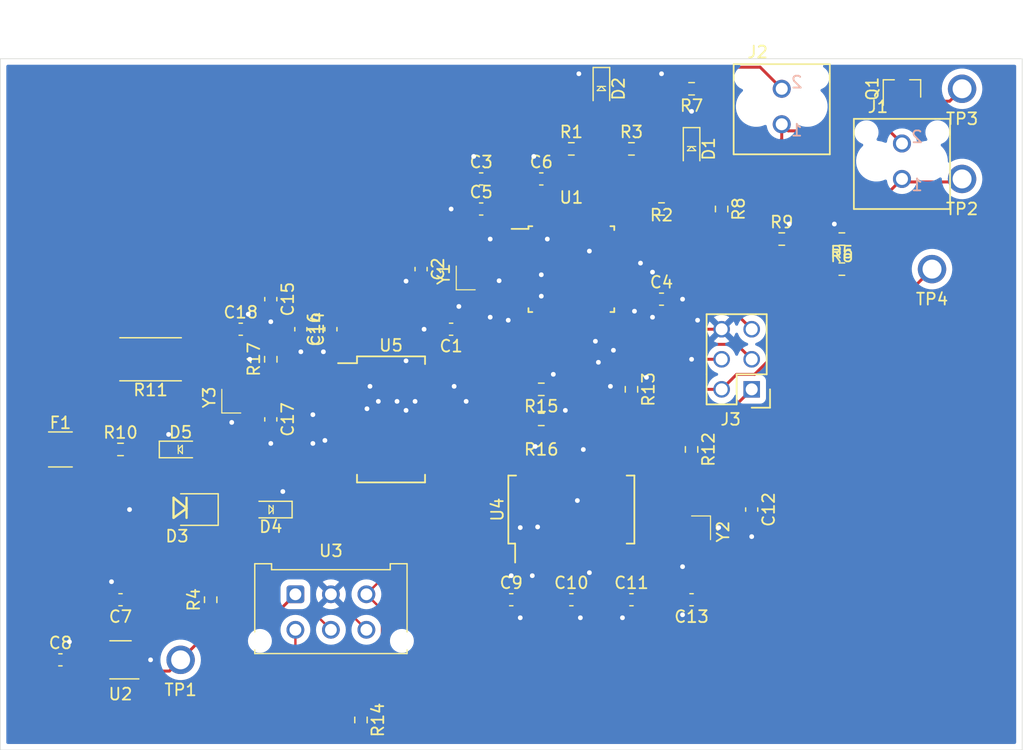
<source format=kicad_pcb>
(kicad_pcb (version 20211014) (generator pcbnew)
  (layers (0 "F.Cu" signal) (31 "B.Cu" signal) (34 "B.Paste" user) (35 "F.Paste" user) (36 "B.SilkS" user "B.Silkscreen") (37 "F.SilkS" user "F.Silkscreen") (38 "B.Mask" user) (39 "F.Mask" user) (44 "Edge.Cuts" user))
  (net 0 "")
  (net 1 "Net-(C1-Pad1)")
  (net 2 "GND")
  (net 3 "Net-(C2-Pad1)")
  (net 4 "+5V")
  (net 5 "Net-(C4-Pad1)")
  (net 6 "+12V")
  (net 7 "Net-(C8-Pad1)")
  (net 8 "Net-(D1-Pad2)")
  (net 9 "Net-(D2-Pad2)")
  (net 10 "Net-(D4-Pad2)")
  (net 11 "Net-(D5-Pad2)")
  (net 12 "Net-(F1-Pad2)")
  (net 13 "Net-(J1-Pad1)")
  (net 14 "/control_pilot")
  (net 15 "Net-(J2-Pad1)")
  (net 16 "Net-(J2-Pad2)")
  (net 17 "/MISO")
  (net 18 "/SCK")
  (net 19 "/MOSI")
  (net 20 "/RESET")
  (net 21 "Net-(R2-Pad2)")
  (net 22 "Net-(R3-Pad2)")
  (net 23 "/EVSE PWM")
  (net 24 "/CAR_CS")
  (net 25 "/CHARGER_STBY")
  (net 26 "/CAR_STBY")
  (net 34 "/CAR_RESET")
  (net 35 "/CHARGER_RESET")
  (net 36 "/CHARGER_CS")
  (net 37 "/CAR_CAN_+")
  (net 38 "/CAR_CAN_-")
  (net 39 "/CHARGER_CAN_+")
  (net 40 "/CHARGER_CAN_-")
  (net 41 "Net-(C12-Pad1)")
  (net 42 "Net-(C13-Pad1)")
  (net 43 "Net-(C17-Pad1)")
  (net 44 "Net-(C18-Pad1)")
  (net 45 "Net-(R12-Pad2)")
  (net 46 "Net-(R13-Pad2)")
  (net 47 "Net-(R15-Pad2)")
  (net 48 "Net-(R16-Pad2)")
  (net 55 "/CAR_CAN_CONTROLLER/SCK")
  (net 56 "Net-(U4-Pad20)")
  (net 57 "Net-(U4-Pad21)")
  (net 67 "/CHARGER_CAN_CONTROLLER/SCK")
  (net 68 "Net-(U5-Pad20)")
  (net 69 "Net-(U5-Pad21)")
  (footprint "Capacitor_SMD:C_0603_1608Metric" (layer "F.Cu") (at 121.92 127)
    (fp_text reference "C9")
    (fp_text value "~")
  )
  (footprint "footprints:tp_1.6mm" (layer "F.Cu") (at 93.98 132.08)
    (fp_text reference "TP1")
    (fp_text value "TP")
  )
  (footprint "Resistor_SMD:R_0603_1608Metric" (layer "F.Cu") (at 88.9 114.3)
    (fp_text reference "R10")
    (fp_text value "R_200")
  )
  (footprint "Capacitor_SMD:C_0603_1608Metric" (layer "F.Cu") (at 106.68 104.14 90)
    (fp_text reference "C16")
    (fp_text value "~")
  )
  (footprint "Capacitor_SMD:C_0603_1608Metric" (layer "F.Cu") (at 114.3 99.06 -90)
    (fp_text reference "C2")
    (fp_text value "C_30pF")
  )
  (footprint "footprints:Fuse_1210" (layer "F.Cu") (at 83.82 114.3)
    (fp_text reference "F1")
    (fp_text value "F_500mA_16V" hide)
  )
  (footprint "Capacitor_SMD:C_0603_1608Metric" (layer "F.Cu") (at 116.84 104.14 180)
    (fp_text reference "C1")
    (fp_text value "C_30pF")
  )
  (footprint "footprints:Crystal_SMD_FA238" (layer "F.Cu") (at 118.872 98.806 90)
    (fp_text reference "Y1")
    (fp_text value "Crystal_SMD" hide)
  )
  (footprint "footprints:Crystal_SMD_FA238" (layer "F.Cu") (at 137.16 121.92 -90)
    (fp_text reference "Y2")
    (fp_text value "~" hide)
  )
  (footprint "Capacitor_SMD:C_0603_1608Metric" (layer "F.Cu") (at 83.82 132.08)
    (fp_text reference "C8")
    (fp_text value "C_1uF")
  )
  (footprint "footprints:LED_0805_OEM" (layer "F.Cu") (at 93.98 114.3)
    (fp_text reference "D5")
    (fp_text value "LED_0805" hide)
  )
  (footprint "footprints:LED_0805_OEM" (layer "F.Cu") (at 101.6 119.38 180)
    (fp_text reference "D4")
    (fp_text value "LED_0805" hide)
  )
  (footprint "Resistor_SMD:R_0603_1608Metric" (layer "F.Cu") (at 139.7 93.98 -90)
    (fp_text reference "R8")
    (fp_text value "R_1.91K")
  )
  (footprint "Capacitor_SMD:C_0603_1608Metric" (layer "F.Cu") (at 119.38 91.44)
    (fp_text reference "C3")
    (fp_text value "C_0.1uF")
  )
  (footprint "Capacitor_SMD:C_0603_1608Metric" (layer "F.Cu") (at 137.16 127 180)
    (fp_text reference "C13")
    (fp_text value "~")
  )
  (footprint "Resistor_SMD:R_0603_1608Metric" (layer "F.Cu") (at 96.52 127 90)
    (fp_text reference "R4")
    (fp_text value "R_1K")
  )
  (footprint "Capacitor_SMD:C_0603_1608Metric" (layer "F.Cu") (at 124.46 91.44)
    (fp_text reference "C6")
    (fp_text value "C_0.1uF")
  )
  (footprint "Resistor_SMD:R_0603_1608Metric" (layer "F.Cu") (at 109.22 137.16 -90)
    (fp_text reference "R14")
    (fp_text value "~")
  )
  (footprint "Resistor_SMD:R_0603_1608Metric" (layer "F.Cu") (at 134.62 93.98 180)
    (fp_text reference "R2")
    (fp_text value "R_1K")
  )
  (footprint "Resistor_SMD:R_0603_1608Metric" (layer "F.Cu") (at 149.86 99.06)
    (fp_text reference "R5")
    (fp_text value "R_330")
  )
  (footprint "Resistor_SMD:R_0603_1608Metric" (layer "F.Cu") (at 124.46 109.22 180)
    (fp_text reference "R15")
    (fp_text value "~")
  )
  (footprint "Resistor_SMD:R_0603_1608Metric" (layer "F.Cu") (at 127 88.9)
    (fp_text reference "R1")
    (fp_text value "R_10K")
  )
  (footprint "Package_SO:SSOP-28_5.3x10.2mm_P0.65mm" (layer "F.Cu") (at 127 119.38 90)
    (fp_text reference "U4")
    (fp_text value "~")
  )
  (footprint "footprints:SOT-23-5" (layer "F.Cu") (at 88.9 132.08 180)
    (fp_text reference "U2")
    (fp_text value "AP7370")
  )
  (footprint "footprints:tp_1.6mm" (layer "F.Cu") (at 157.48 99.06)
    (fp_text reference "TP4")
    (fp_text value "TP")
  )
  (footprint "footprints:C_0603_1608Metric" (layer "F.Cu") (at 134.62 101.6)
    (fp_text reference "C4")
    (fp_text value "C_100nF")
  )
  (footprint "Package_QFP:TQFP-32_7x7mm_P0.8mm" (layer "F.Cu") (at 127 99.06)
    (fp_text reference "U1")
    (fp_text value "ATmega328P-AU")
  )
  (footprint "Resistor_SMD:R_0603_1608Metric" (layer "F.Cu") (at 101.6 106.68 90)
    (fp_text reference "R17")
    (fp_text value "~")
  )
  (footprint "Capacitor_SMD:C_0603_1608Metric" (layer "F.Cu") (at 132.08 127)
    (fp_text reference "C11")
    (fp_text value "~")
  )
  (footprint "Capacitor_SMD:C_0603_1608Metric" (layer "F.Cu") (at 119.38 93.98)
    (fp_text reference "C5")
    (fp_text value "C_0.1uF")
  )
  (footprint "Capacitor_SMD:C_0603_1608Metric" (layer "F.Cu") (at 101.6 101.6 -90)
    (fp_text reference "C15")
    (fp_text value "~")
  )
  (footprint "Resistor_SMD:R_0603_1608Metric" (layer "F.Cu") (at 144.78 96.52)
    (fp_text reference "R9")
    (fp_text value "R_1K")
  )
  (footprint "footprints:Crystal_SMD_FA238" (layer "F.Cu") (at 99.06 109.22 90)
    (fp_text reference "Y3")
    (fp_text value "~" hide)
  )
  (footprint "Resistor_SMD:R_0603_1608Metric" (layer "F.Cu") (at 124.46 111.76 180)
    (fp_text reference "R16")
    (fp_text value "~")
  )
  (footprint "Capacitor_SMD:C_0603_1608Metric" (layer "F.Cu") (at 104.14 104.14 -90)
    (fp_text reference "C14")
    (fp_text value "~")
  )
  (footprint "footprints:LED_0805_OEM" (layer "F.Cu") (at 137.16 88.9 -90)
    (fp_text reference "D1")
    (fp_text value "LED_0805_Red" hide)
  )
  (footprint "Resistor_SMD:R_0603_1608Metric" (layer "F.Cu") (at 149.86 96.52 180)
    (fp_text reference "R6")
    (fp_text value "R_2.2K")
  )
  (footprint "Resistor_SMD:R_0603_1608Metric" (layer "F.Cu") (at 132.08 109.22 -90)
    (fp_text reference "R13")
    (fp_text value "~")
  )
  (footprint "footprints:SOT-23F" (layer "F.Cu") (at 154.94 83.82 90)
    (fp_text reference "Q1")
    (fp_text value "SSM3K333R" hide)
  )
  (footprint "footprints:LED_0805_OEM" (layer "F.Cu") (at 129.54 83.82 -90)
    (fp_text reference "D2")
    (fp_text value "LED_0805" hide)
  )
  (footprint "Resistor_SMD:R_0603_1608Metric" (layer "F.Cu") (at 132.08 88.9)
    (fp_text reference "R3")
    (fp_text value "R_1K")
  )
  (footprint "Capacitor_SMD:C_0603_1608Metric" (layer "F.Cu") (at 88.9 127 180)
    (fp_text reference "C7")
    (fp_text value "C_1uF")
  )
  (footprint "Capacitor_SMD:C_0603_1608Metric" (layer "F.Cu") (at 127 127)
    (fp_text reference "C10")
    (fp_text value "~")
  )
  (footprint "footprints:Pin_Header_Straight_2x03" (layer "F.Cu") (at 142.24 109.22 180)
    (fp_text reference "J3")
    (fp_text value "CONN_02X03" hide)
  )
  (footprint "Capacitor_SMD:C_0603_1608Metric" (layer "F.Cu") (at 142.24 119.38 -90)
    (fp_text reference "C12")
    (fp_text value "~")
  )
  (footprint "Resistor_SMD:R_0603_1608Metric" (layer "F.Cu") (at 137.16 83.82 180)
    (fp_text reference "R7")
    (fp_text value "R_1.43K")
  )
  (footprint "footprints:DO-214AA" (layer "F.Cu") (at 93.98 119.38 180)
    (fp_text reference "D3")
    (fp_text value "D_Zener_18V" hide)
  )
  (footprint "Capacitor_SMD:C_0603_1608Metric" (layer "F.Cu") (at 101.6 111.76 -90)
    (fp_text reference "C17")
    (fp_text value "~")
  )
  (footprint "Resistor_SMD:R_0603_1608Metric" (layer "F.Cu") (at 137.16 114.3 -90)
    (fp_text reference "R12")
    (fp_text value "~")
  )
  (footprint "footprints:tp_1.6mm" (layer "F.Cu") (at 160.02 91.44)
    (fp_text reference "TP2")
    (fp_text value "TP")
  )
  (footprint "footprints:tp_1.6mm" (layer "F.Cu") (at 160.02 83.82)
    (fp_text reference "TP3")
    (fp_text value "TP")
  )
  (footprint "footprints:MicroFit_V_2" (layer "F.Cu") (at 154.94 91.44)
    (fp_text reference "J1")
    (fp_text value "MicroFit_V_2")
  )
  (footprint "footprints:MicroFit_VT_6" (layer "F.Cu") (at 103.68 126.54)
    (fp_text reference "U3")
    (fp_text value "MicroFit_VT_6")
  )
  (footprint "footprints:MicroFit_V_2" (layer "F.Cu") (at 144.78 86.8172)
    (fp_text reference "J2")
    (fp_text value "MicroFit_V_2")
  )
  (footprint "footprints:R_2512_OEM" (layer "F.Cu") (at 91.44 106.68 180)
    (fp_text reference "R11")
    (fp_text value "R_0_2512" hide)
  )
  (footprint "Package_SO:SSOP-28_5.3x10.2mm_P0.65mm" (layer "F.Cu") (at 111.76 111.76)
    (fp_text reference "U5")
    (fp_text value "~")
  )
  (footprint "Capacitor_SMD:C_0603_1608Metric" (layer "F.Cu") (at 99.06 104.14)
    (fp_text reference "C18")
    (fp_text value "~")
  )
  (gr_rect (start 78.74 81.28) (end 165.1 139.7) (layer "Edge.Cuts") (width 0.05) (fill none))
  (segment (start 121.666 102.944) (end 122.75 101.86) (width 0.25) (layer "F.Cu") (net 1))
  (segment (start 120.0215 103.0035) (end 120.142 103.124) (width 0.25) (layer "F.Cu") (net 1))
  (segment (start 118.7515 103.0035) (end 117.615 104.14) (width 0.25) (layer "F.Cu") (net 1))
  (segment (start 120.18 101.575) (end 118.7515 103.0035) (width 0.25) (layer "F.Cu") (net 1))
  (segment (start 118.7515 103.0035) (end 120.0215 103.0035) (width 0.25) (layer "F.Cu") (net 1))
  (segment (start 120.18 100.16) (end 120.18 101.575) (width 0.25) (layer "F.Cu") (net 1))
  (segment (start 121.666 103.378) (end 121.666 102.944) (width 0.25) (layer "F.Cu") (net 1))
  (via (at 120.142 103.124) (size 0.8) (drill 0.4) (layers "F.Cu" "B.Cu") (net 1))
  (via (at 121.666 103.378) (size 0.8) (drill 0.4) (layers "F.Cu" "B.Cu") (net 1))
  (segment (start 120.142 103.124) (end 121.412 103.124) (width 0.25) (layer "B.Cu") (net 1))
  (segment (start 121.412 103.124) (end 121.666 103.378) (width 0.25) (layer "B.Cu") (net 1))
  (segment (start 106.68 105.41) (end 106.045 106.045) (width 0.25) (layer "F.Cu") (net 2))
  (segment (start 149.035 96.52) (end 149.035 95.44) (width 0.25) (layer "F.Cu") (net 2))
  (segment (start 135.89 83.82) (end 134.62 82.55) (width 0.25) (layer "F.Cu") (net 2))
  (segment (start 139.7 104.14) (end 138.43 104.14) (width 0.25) (layer "F.Cu") (net 2))
  (segment (start 135.4075 101.6) (end 136.398 101.6) (width 0.25) (layer "F.Cu") (net 2))
  (segment (start 101.6 102.375) (end 101.6 103.505) (width 0.25) (layer "F.Cu") (net 2))
  (segment (start 116.065 104.14) (end 114.554 104.14) (width 0.25) (layer "F.Cu") (net 2))
  (segment (start 127.805 82.72) (end 127.635 82.55) (width 0.25) (layer "F.Cu") (net 2))
  (segment (start 120.18 97.96) (end 120.18 96.558) (width 0.25) (layer "F.Cu") (net 2))
  (segment (start 98.26 110.32) (end 98.26 111.976) (width 0.25) (layer "F.Cu") (net 2))
  (segment (start 113.271 99.835) (end 113.03 100.076) (width 0.25) (layer "F.Cu") (net 2))
  (segment (start 149.035 95.44) (end 149.225 95.25) (width 0.25) (layer "F.Cu") (net 2))
  (segment (start 124.075 115.78) (end 124.075 114.169) (width 0.25) (layer "F.Cu") (net 2))
  (segment (start 92.88 114.3) (end 92.88 113.114) (width 0.25) (layer "F.Cu") (net 2))
  (segment (start 137.16 87.8) (end 137.16 85.725) (width 0.25) (layer "F.Cu") (net 2))
  (segment (start 84.595 130.569) (end 84.582 130.556) (width 0.25) (layer "F.Cu") (net 2))
  (segment (start 127.775 128.511) (end 127.762 128.524) (width 0.25) (layer "F.Cu") (net 2))
  (segment (start 88.125 127) (end 88.125 125.489) (width 0.25) (layer "F.Cu") (net 2))
  (segment (start 98.26 111.976) (end 98.298 112.014) (width 0.25) (layer "F.Cu") (net 2))
  (segment (start 118.605 93.98) (end 116.84 93.98) (width 0.25) (layer "F.Cu") (net 2))
  (segment (start 102.7 117.94) (end 102.616 117.856) (width 0.25) (layer "F.Cu") (net 2))
  (segment (start 99.86 108.12) (end 99.86 106.718) (width 0.25) (layer "F.Cu") (net 2))
  (segment (start 139.362 120.82) (end 139.446 120.904) (width 0.25) (layer "F.Cu") (net 2))
  (segment (start 145.605 95.44) (end 145.415 95.25) (width 0.25) (layer "F.Cu") (net 2))
  (segment (start 136.36 124.168) (end 136.398 124.206) (width 0.25) (layer "F.Cu") (net 2))
  (segment (start 92.88 113.114) (end 92.964 113.03) (width 0.25) (layer "F.Cu") (net 2))
  (segment (start 102.7 119.38) (end 102.7 117.94) (width 0.25) (layer "F.Cu") (net 2))
  (segment (start 123.685 91.44) (end 123.685 89.675) (width 0.25) (layer "F.Cu") (net 2))
  (segment (start 136.385 127) (end 136.385 128.257) (width 0.25) (layer "F.Cu") (net 2))
  (segment (start 122.75 97.86) (end 123.628 97.86) (width 0.25) (layer "F.Cu") (net 2))
  (segment (start 142.24 120.155) (end 142.24 121.666) (width 0.25) (layer "F.Cu") (net 2))
  (segment (start 104.14 104.915) (end 104.14 106.045) (width 0.25) (layer "F.Cu") (net 2))
  (segment (start 88.125 125.489) (end 88.138 125.476) (width 0.25) (layer "F.Cu") (net 2))
  (segment (start 114.3 99.835) (end 113.271 99.835) (width 0.25) (layer "F.Cu") (net 2))
  (segment (start 127.775 127) (end 127.775 128.511) (width 0.25) (layer "F.Cu") (net 2))
  (segment (start 131.305 127) (end 131.305 128.511) (width 0.25) (layer "F.Cu") (net 2))
  (segment (start 123.628 97.86) (end 124.968 96.52) (width 0.25) (layer "F.Cu") (net 2))
  (segment (start 132.734 98.66) (end 132.842 98.552) (width 0.25) (layer "F.Cu") (net 2))
  (segment (start 122.695 127) (end 122.695 128.511) (width 0.25) (layer "F.Cu") (net 2))
  (segment (start 122.75 99.46) (end 124.3845 99.46) (width 0.25) (layer "F.Cu") (net 2))
  (segment (start 128.625 122.98) (end 128.625 124.613) (width 0.25) (layer "F.Cu") (net 2))
  (segment (start 84.595 132.08) (end 84.595 130.569) (width 0.25) (layer "F.Cu") (net 2))
  (segment (start 115.36 108.835) (end 116.963 108.835) (width 0.25) (layer "F.Cu") (net 2))
  (segment (start 106.325 113.385) (end 106.172 113.538) (width 0.25) (layer "F.Cu") (net 2))
  (segment (start 108.16 113.385) (end 106.325 113.385) (width 0.25) (layer "F.Cu") (net 2))
  (segment (start 120.18 96.558) (end 120.142 96.52) (width 0.25) (layer "F.Cu") (net 2))
  (segment (start 136.385 128.257) (end 136.398 128.27) (width 0.25) (layer "F.Cu") (net 2))
  (segment (start 116.963 108.835) (end 117.094 108.966) (width 0.25) (layer "F.Cu") (net 2))
  (segment (start 99.835 104.14) (end 99.835 103.01) (width 0.25) (layer "F.Cu") (net 2))
  (segment (start 137.96 120.82) (end 139.362 120.82) (width 0.25) (layer "F.Cu") (net 2))
  (segment (start 131.305 128.511) (end 131.318 128.524) (width 0.25) (layer "F.Cu") (net 2))
  (segment (start 90 132.08) (end 91.44 132.08) (width 0.25) (layer "F.Cu") (net 2))
  (segment (start 118.605 89.675) (end 118.745 89.535) (width 0.25) (layer "F.Cu") (net 2))
  (segment (start 117.856 100.16) (end 117.856 101.854) (width 0.25) (layer "F.Cu") (net 2))
  (segment (start 118.605 91.44) (end 118.605 89.675) (width 0.25) (layer "F.Cu") (net 2))
  (segment (start 129.54 82.72) (end 127.805 82.72) (width 0.25) (layer "F.Cu") (net 2))
  (segment (start 123.685 89.675) (end 123.825 89.535) (width 0.25) (layer "F.Cu") (net 2))
  (segment (start 138.43 104.14) (end 137.668 103.378) (width 0.25) (layer "F.Cu") (net 2))
  (segment (start 136.36 123.02) (end 136.36 124.168) (width 0.25) (layer "F.Cu") (net 2))
  (segment (start 106.68 104.915) (end 106.68 105.41) (width 0.25) (layer "F.Cu") (net 2))
  (segment (start 99.835 103.01) (end 99.695 102.87) (width 0.25) (layer "F.Cu") (net 2))
  (segment (start 124.3845 99.46) (end 124.46 99.5355) (width 0.25) (layer "F.Cu") (net 2))
  (segment (start 99.86 106.718) (end 99.822 106.68) (width 0.25) (layer "F.Cu") (net 2))
  (segment (start 136.335 83.82) (end 135.89 83.82) (width 0.25) (layer "F.Cu") (net 2))
  (segment (start 117.856 101.854) (end 117.494 102.216) (width 0.25) (layer "F.Cu") (net 2))
  (segment (start 101.6 112.535) (end 101.6 113.792) (width 0.25) (layer "F.Cu") (net 2))
  (segment (start 122.695 128.511) (end 122.682 128.524) (width 0.25) (layer "F.Cu") (net 2))
  (segment (start 131.25 98.66) (end 132.734 98.66) (width 0.25) (layer "F.Cu") (net 2))
  (segment (start 145.605 96.52) (end 145.605 95.44) (width 0.25) (layer "F.Cu") (net 2))
  (segment (start 124.075 114.169) (end 123.952 114.046) (width 0.25) (layer "F.Cu") (net 2))
  (segment (start 91.948 119.38) (end 89.662 119.38) (width 0.25) (layer "F.Cu") (net 2))
  (segment (start 128.625 124.613) (end 128.524 124.714) (width 0.25) (layer "F.Cu") (net 2))
  (via (at 98.298 112.014) (size 0.8) (drill 0.4) (layers "F.Cu" "B.Cu") (net 2))
  (via (at 128.524 124.714) (size 0.8) (drill 0.4) (layers "F.Cu" "B.Cu") (net 2))
  (via (at 101.6 113.792) (size 0.8) (drill 0.4) (layers "F.Cu" "B.Cu") (net 2))
  (via (at 101.6 103.505) (size 0.8) (drill 0.4) (layers "F.Cu" "B.Cu") (net 2))
  (via (at 118.745 89.535) (size 0.8) (drill 0.4) (layers "F.Cu" "B.Cu") (net 2))
  (via (at 123.952 114.046) (size 0.8) (drill 0.4) (layers "F.Cu" "B.Cu") (net 2))
  (via (at 145.415 95.25) (size 0.8) (drill 0.4) (layers "F.Cu" "B.Cu") (net 2))
  (via (at 99.695 102.87) (size 0.8) (drill 0.4) (layers "F.Cu" "B.Cu") (net 2))
  (via (at 117.494 102.216) (size 0.8) (drill 0.4) (layers "F.Cu" "B.Cu") (net 2))
  (via (at 116.84 93.98) (size 0.8) (drill 0.4) (layers "F.Cu" "B.Cu") (net 2))
  (via (at 106.172 113.538) (size 0.8) (drill 0.4) (layers "F.Cu" "B.Cu") (net 2))
  (via (at 142.24 121.666) (size 0.8) (drill 0.4) (layers "F.Cu" "B.Cu") (net 2))
  (via (at 136.398 128.27) (size 0.8) (drill 0.4) (layers "F.Cu" "B.Cu") (net 2))
  (via (at 99.822 106.68) (size 0.8) (drill 0.4) (layers "F.Cu" "B.Cu") (net 2))
  (via (at 88.138 125.476) (size 0.8) (drill 0.4) (layers "F.Cu" "B.Cu") (net 2))
  (via (at 132.842 98.552) (size 0.8) (drill 0.4) (layers "F.Cu" "B.Cu") (net 2))
  (via (at 124.968 96.52) (size 0.8) (drill 0.4) (layers "F.Cu" "B.Cu") (net 2))
  (via (at 102.616 117.856) (size 0.8) (drill 0.4) (layers "F.Cu" "B.Cu") (net 2))
  (via (at 117.094 108.966) (size 0.8) (drill 0.4) (layers "F.Cu" "B.Cu") (net 2))
  (via (at 89.662 119.38) (size 0.8) (drill 0.4) (layers "F.Cu" "B.Cu") (net 2))
  (via (at 139.446 120.904) (size 0.8) (drill 0.4) (layers "F.Cu" "B.Cu") (net 2))
  (via (at 137.668 103.378) (size 0.8) (drill 0.4) (layers "F.Cu" "B.Cu") (net 2))
  (via (at 131.318 128.524) (size 0.8) (drill 0.4) (layers "F.Cu" "B.Cu") (net 2))
  (via (at 91.44 132.08) (size 0.8) (drill 0.4) (layers "F.Cu" "B.Cu") (net 2))
  (via (at 113.03 100.076) (size 0.8) (drill 0.4) (layers "F.Cu" "B.Cu") (net 2))
  (via (at 136.398 124.206) (size 0.8) (drill 0.4) (layers "F.Cu" "B.Cu") (net 2))
  (via (at 127.762 128.524) (size 0.8) (drill 0.4) (layers "F.Cu" "B.Cu") (net 2))
  (via (at 124.46 99.5355) (size 0.8) (drill 0.4) (layers "F.Cu" "B.Cu") (net 2))
  (via (at 149.225 95.25) (size 0.8) (drill 0.4) (layers "F.Cu" "B.Cu") (net 2))
  (via (at 84.582 130.556) (size 0.8) (drill 0.4) (layers "F.Cu" "B.Cu") (net 2))
  (via (at 122.682 128.524) (size 0.8) (drill 0.4) (layers "F.Cu" "B.Cu") (net 2))
  (via (at 136.398 101.6) (size 0.8) (drill 0.4) (layers "F.Cu" "B.Cu") (net 2))
  (via (at 127.635 82.55) (size 0.8) (drill 0.4) (layers "F.Cu" "B.Cu") (net 2))
  (via (at 137.16 85.725) (size 0.8) (drill 0.4) (layers "F.Cu" "B.Cu") (net 2))
  (via (at 134.62 82.55) (size 0.8) (drill 0.4) (layers "F.Cu" "B.Cu") (net 2))
  (via (at 123.825 89.535) (size 0.8) (drill 0.4) (layers "F.Cu" "B.Cu") (net 2))
  (via (at 92.964 113.03) (size 0.8) (drill 0.4) (layers "F.Cu" "B.Cu") (net 2))
  (via (at 114.554 104.14) (size 0.8) (drill 0.4) (layers "F.Cu" "B.Cu") (net 2))
  (via (at 106.045 106.045) (size 0.8) (drill 0.4) (layers "F.Cu" "B.Cu") (net 2))
  (via (at 104.14 106.045) (size 0.8) (drill 0.4) (layers "F.Cu" "B.Cu") (net 2))
  (via (at 120.142 96.52) (size 0.8) (drill 0.4) (layers "F.Cu" "B.Cu") (net 2))
  (segment (start 118.222 98.806) (end 120.611141 98.806) (width 0.25) (layer "F.Cu") (net 3))
  (segment (start 114.3 98.285) (end 114.625 97.96) (width 0.25) (layer "F.Cu") (net 3))
  (segment (start 124.174 101.06) (end 122.75 101.06) (width 0.25) (layer "F.Cu") (net 3))
  (segment (start 120.894624 99.089483) (end 120.894624 100.040778) (width 0.25) (layer "F.Cu") (net 3))
  (segment (start 118.072 97.706) (end 118.072 98.656) (width 0.25) (layer "F.Cu") (net 3))
  (segment (start 114.625 97.96) (end 117.856 97.96) (width 0.25) (layer "F.Cu") (net 3))
  (segment (start 118.072 98.656) (end 118.222 98.806) (width 0.25) (layer "F.Cu") (net 3))
  (segment (start 120.611141 98.806) (end 120.894624 99.089483) (width 0.25) (layer "F.Cu") (net 3))
  (segment (start 124.46 101.346) (end 124.174 101.06) (width 0.25) (layer "F.Cu") (net 3))
  (via (at 124.46 101.346) (size 0.8) (drill 0.4) (layers "F.Cu" "B.Cu") (net 3))
  (via (at 120.894624 100.040778) (size 0.8) (drill 0.4) (layers "F.Cu" "B.Cu") (net 3))
  (segment (start 120.894624 100.040778) (end 122.199846 101.346) (width 0.25) (layer "B.Cu") (net 3))
  (segment (start 122.199846 101.346) (end 124.46 101.346) (width 0.25) (layer "B.Cu") (net 3))
  (segment (start 115.36 113.385) (end 114.235 113.385) (width 0.25) (layer "F.Cu") (net 4))
  (segment (start 126.225 129.045) (end 126.225 127) (width 0.25) (layer "F.Cu") (net 4))
  (segment (start 133.07 104.876) (end 137.414 109.22) (width 0.25) (layer "F.Cu") (net 4))
  (segment (start 129.525 100.26) (end 130.125 100.86) (width 0.25) (layer "F.Cu") (net 4))
  (segment (start 121.145 127) (end 121.145 128.012305) (width 0.25) (layer "F.Cu") (net 4))
  (segment (start 106.68 103.365) (end 104.14 103.365) (width 0.25) (layer "F.Cu") (net 4))
  (segment (start 137.414 109.22) (end 139.7 109.22) (width 0.25) (layer "F.Cu") (net 4))
  (segment (start 111.413 107.535) (end 113.631 107.535) (width 0.25) (layer "F.Cu") (net 4))
  (segment (start 123.425 121.23) (end 122.775 121.88) (width 0.25) (layer "F.Cu") (net 4))
  (segment (start 99.295 100.825) (end 101.6 100.825) (width 0.25) (layer "F.Cu") (net 4))
  (segment (start 108.16 104.845) (end 106.68 103.365) (width 0.25) (layer "F.Cu") (net 4))
  (segment (start 122.75 100.26) (end 121.7 100.26) (width 0.25) (layer "F.Cu") (net 4))
  (segment (start 125.33 98.66) (end 126.93 100.26) (width 0.25) (layer "F.Cu") (net 4))
  (segment (start 121.7 98.66) (end 121.625 98.585) (width 0.25) (layer "F.Cu") (net 4))
  (segment (start 150.0825 100.3615) (end 150.3365 100.3615) (width 0.25) (layer "F.Cu") (net 4))
  (segment (start 132.3 101.06) (end 133.07 101.83) (width 0.25) (layer "F.Cu") (net 4))
  (segment (start 120.904 91.44) (end 121.92 92.456) (width 0.25) (layer "F.Cu") (net 4))
  (segment (start 122.79 98.66) (end 122.936 98.806) (width 0.25) (layer "F.Cu") (net 4))
  (segment (start 123.425 117.875) (end 127.63 117.875) (width 0.25) (layer "F.Cu") (net 4))
  (segment (start 140.962964 107.957036) (end 142.486964 107.957036) (width 0.25) (layer "F.Cu") (net 4))
  (segment (start 111.413 111.921) (end 114.046 114.554) (width 0.25) (layer "F.Cu") (net 4))
  (segment (start 149.035 99.06) (end 150.3365 100.3615) (width 0.25) (layer "F.Cu") (net 4))
  (segment (start 120.904 101.056) (end 120.904 103.741) (width 0.25) (layer "F.Cu") (net 4))
  (segment (start 122.75 98.66) (end 122.79 98.66) (width 0.25) (layer "F.Cu") (net 4))
  (segment (start 121.625 98.585) (end 121.625 95.45) (width 0.25) (layer "F.Cu") (net 4))
  (segment (start 123.425 117.875) (end 123.425 121.23) (width 0.25) (layer "F.Cu") (net 4))
  (segment (start 114.235 113.385) (end 114.046 113.574) (width 0.25) (layer "F.Cu") (net 4))
  (segment (start 122.775 121.88) (end 122.775 122.98) (width 0.25) (layer "F.Cu") (net 4))
  (segment (start 94.54 105.58) (end 99.295 100.825) (width 0.25) (layer "F.Cu") (net 4))
  (segment (start 116.46 108.185) (end 115.36 108.185) (width 0.25) (layer "F.Cu") (net 4))
  (segment (start 121.625 95.45) (end 120.155 93.98) (width 0.25) (layer "F.Cu") (net 4))
  (segment (start 122.775 125.37) (end 121.145 127) (width 0.25) (layer "F.Cu") (net 4))
  (segment (start 108.16 107.535) (end 108.16 104.845) (width 0.25) (layer "F.Cu") (net 4))
  (segment (start 125.73 129.54) (end 126.225 129.045) (width 0.25) (layer "F.Cu") (net 4))
  (segment (start 114.046 113.574) (end 114.046 114.554) (width 0.25) (layer "F.Cu") (net 4))
  (segment (start 122.75 98.66) (end 121.7 98.66) (width 0.25) (layer "F.Cu") (net 4))
  (segment (start 155.956 100.584) (end 157.48 99.06) (width 0.25) (layer "F.Cu") (net 4))
  (segment (start 121.145 128.012305) (end 122.672695 129.54) (width 0.25) (layer "F.Cu") (net 4))
  (segment (start 139.7 109.22) (end 140.962964 107.957036) (width 0.25) (layer "F.Cu") (net 4))
  (segment (start 127.63 117.875) (end 128.625 116.88) (width 0.25) (layer "F.Cu") (net 4))
  (segment (start 121.92 92.456) (end 124.219 92.456) (width 0.25) (layer "F.Cu") (net 4))
  (segment (start 108.16 107.535) (end 111.413 107.535) (width 0.25) (layer "F.Cu") (net 4))
  (segment (start 124.219 92.456) (end 125.235 91.44) (width 0.25) (layer "F.Cu") (net 4))
  (segment (start 128.625 116.88) (end 128.625 115.78) (width 0.25) (layer "F.Cu") (net 4))
  (segment (start 114.046 118.364) (end 122.936 118.364) (width 0.25) (layer "F.Cu") (net 4))
  (segment (start 133.35 129.54) (end 133.35 127.495) (width 0.25) (layer "F.Cu") (net 4))
  (segment (start 125.73 129.54) (end 133.35 129.54) (width 0.25) (layer "F.Cu") (net 4))
  (segment (start 114.281 108.185) (end 115.36 108.185) (width 0.25) (layer "F.Cu") (net 4))
  (segment (start 126.93 100.26) (end 129.525 100.26) (width 0.25) (layer "F.Cu") (net 4))
  (segment (start 142.486964 107.957036) (end 150.0825 100.3615) (width 0.25) (layer "F.Cu") (net 4))
  (segment (start 150.559 100.584) (end 155.956 100.584) (width 0.25) (layer "F.Cu") (net 4))
  (segment (start 131.25 101.06) (end 132.3 101.06) (width 0.25) (layer "F.Cu") (net 4))
  (segment (start 122.936 118.364) (end 123.425 117.875) (width 0.25) (layer "F.Cu") (net 4))
  (segment (start 120.155 91.44) (end 120.155 93.98) (width 0.25) (layer "F.Cu") (net 4))
  (segment (start 123.425 115.78) (end 123.425 117.875) (width 0.25) (layer "F.Cu") (net 4))
  (segment (start 94.54 106.68) (end 94.54 105.58) (width 0.25) (layer "F.Cu") (net 4))
  (segment (start 114.046 114.554) (end 114.046 118.364) (width 0.25) (layer "F.Cu") (net 4))
  (segment (start 122.775 122.98) (end 122.775 125.37) (width 0.25) (layer "F.Cu") (net 4))
  (segment (start 126.175 88.9) (end 125.235 89.84) (width 0.25) (layer "F.Cu") (net 4))
  (segment (start 122.672695 129.54) (end 125.73 129.54) (width 0.25) (layer "F.Cu") (net 4))
  (segment (start 101.6 100.825) (end 104.14 103.365) (width 0.25) (layer "F.Cu") (net 4))
  (segment (start 120.904 103.741) (end 116.46 108.185) (width 0.25) (layer "F.Cu") (net 4))
  (segment (start 122.75 98.66) (end 125.33 98.66) (width 0.25) (layer "F.Cu") (net 4))
  (segment (start 113.631 107.535) (end 114.281 108.185) (width 0.25) (layer "F.Cu") (net 4))
  (segment (start 125.235 89.84) (end 125.235 91.44) (width 0.25) (layer "F.Cu") (net 4))
  (segment (start 120.155 91.44) (end 120.904 91.44) (width 0.25) (layer "F.Cu") (net 4))
  (segment (start 111.413 107.535) (end 111.413 111.921) (width 0.25) (layer "F.Cu") (net 4))
  (segment (start 133.07 101.83) (end 133.07 104.876) (width 0.25) (layer "F.Cu") (net 4))
  (segment (start 130.125 100.86) (end 131.318 100.86) (width 0.25) (layer "F.Cu") (net 4))
  (segment (start 133.35 127.495) (end 132.855 127) (width 0.25) (layer "F.Cu") (net 4))
  (segment (start 121.7 100.26) (end 120.904 101.056) (width 0.25) (layer "F.Cu") (net 4))
  (segment (start 150.3365 100.3615) (end 150.559 100.584) (width 0.25) (layer "F.Cu") (net 4))
  (segment (start 122.75 100.26) (end 126.93 100.26) (width 0.25) (layer "F.Cu") (net 4))
  (segment (start 133.8325 101.6) (end 133.8325 101.1175) (width 0.25) (layer "F.Cu") (net 5))
  (segment (start 133.8325 101.1175) (end 132.175 99.46) (width 0.25) (layer "F.Cu") (net 5))
  (segment (start 132.175 99.46) (end 131.25 99.46) (width 0.25) (layer "F.Cu") (net 5))
  (segment (start 102.395 127.825) (end 103.68 126.54) (width 0.25) (layer "F.Cu") (net 6))
  (segment (start 93.03 133.03) (end 93.98 132.08) (width 0.25) (layer "F.Cu") (net 6))
  (segment (start 96.329 128.016) (end 96.52 127.825) (width 0.25) (layer "F.Cu") (net 6))
  (segment (start 96.012 119.38) (end 95.25 120.142) (width 0.25) (layer "F.Cu") (net 6))
  (segment (start 96.52 127.825) (end 102.395 127.825) (width 0.25) (layer "F.Cu") (net 6))
  (segment (start 95.25 128.016) (end 95.25 130.81) (width 0.25) (layer "F.Cu") (net 6))
  (segment (start 95.25 128.016) (end 96.329 128.016) (width 0.25) (layer "F.Cu") (net 6))
  (segment (start 95.25 120.142) (end 95.25 128.016) (width 0.25) (layer "F.Cu") (net 6))
  (segment (start 94.234 127) (end 95.25 128.016) (width 0.25) (layer "F.Cu") (net 6))
  (segment (start 95.25 130.81) (end 93.98 132.08) (width 0.25) (layer "F.Cu") (net 6))
  (segment (start 90 133.03) (end 93.03 133.03) (width 0.25) (layer "F.Cu") (net 6))
  (segment (start 89.675 127) (end 94.234 127) (width 0.25) (layer "F.Cu") (net 6))
  (segment (start 82.37 131.405) (end 82.37 114.3) (width 0.25) (layer "F.Cu") (net 7))
  (segment (start 83.995 133.03) (end 87.8 133.03) (width 0.25) (layer "F.Cu") (net 7))
  (segment (start 83.045 132.08) (end 82.37 131.405) (width 0.25) (layer "F.Cu") (net 7))
  (segment (start 83.045 132.08) (end 83.995 133.03) (width 0.25) (layer "F.Cu") (net 7))
  (segment (start 137.16 92.265) (end 135.445 93.98) (width 0.25) (layer "F.Cu") (net 8))
  (segment (start 137.16 90) (end 137.16 92.265) (width 0.25) (layer "F.Cu") (net 8))
  (segment (start 129.54 87.185) (end 131.255 88.9) (width 0.25) (layer "F.Cu") (net 9))
  (segment (start 129.54 84.92) (end 129.54 87.185) (width 0.25) (layer "F.Cu") (net 9))
  (segment (start 100.5 122.195) (end 96.52 126.175) (width 0.25) (layer "F.Cu") (net 10))
  (segment (start 100.5 119.38) (end 100.5 122.195) (width 0.25) (layer "F.Cu") (net 10))
  (segment (start 95.08 115.74) (end 95.08 114.3) (width 0.25) (layer "F.Cu") (net 11))
  (segment (start 94.742 116.078) (end 95.08 115.74) (width 0.25) (layer "F.Cu") (net 11))
  (segment (start 89.725 114.3) (end 91.503 116.078) (width 0.25) (layer "F.Cu") (net 11))
  (segment (start 91.503 116.078) (end 94.742 116.078) (width 0.25) (layer "F.Cu") (net 11))
  (segment (start 88.34 114.035) (end 88.075 114.3) (width 0.25) (layer "F.Cu") (net 12))
  (segment (start 88.34 106.68) (end 88.34 114.035) (width 0.25) (layer "F.Cu") (net 12))
  (segment (start 85.27 114.3) (end 88.075 114.3) (width 0.25) (layer "F.Cu") (net 12))
  (segment (start 154.94 91.44) (end 155.194 91.694) (width 0.25) (layer "F.Cu") (net 13))
  (segment (start 150.685 96.52) (end 150.685 95.695) (width 0.25) (layer "F.Cu") (net 13))
  (segment (start 150.685 96.52) (end 150.685 99.06) (width 0.25) (layer "F.Cu") (net 13))
  (segment (start 159.766 91.694) (end 160.02 91.44) (width 0.25) (layer "F.Cu") (net 13))
  (segment (start 150.685 95.695) (end 154.94 91.44) (width 0.25) (layer "F.Cu") (net 13))
  (segment (start 155.194 91.694) (end 159.766 91.694) (width 0.25) (layer "F.Cu") (net 13))
  (segment (start 158.97 84.87) (end 160.02 83.82) (width 0.25) (layer "F.Cu") (net 14))
  (segment (start 153.99 87.4928) (end 154.94 88.4428) (width 0.25) (layer "F.Cu") (net 14))
  (segment (start 155.89 84.87) (end 158.97 84.87) (width 0.25) (layer "F.Cu") (net 14))
  (segment (start 153.99 84.87) (end 153.99 87.4928) (width 0.25) (layer "F.Cu") (net 14))
  (segment (start 153.99 84.87) (end 155.89 84.87) (width 0.25) (layer "F.Cu") (net 14))
  (segment (start 144.78 88.075) (end 139.7 93.155) (width 0.25) (layer "F.Cu") (net 15))
  (segment (start 149.352 87.376) (end 153.958 82.77) (width 0.25) (layer "F.Cu") (net 15))
  (segment (start 144.78 86.8172) (end 145.3388 87.376) (width 0.25) (layer "F.Cu") (net 15))
  (segment (start 145.3388 87.376) (end 149.352 87.376) (width 0.25) (layer "F.Cu") (net 15))
  (segment (start 144.78 86.8172) (end 144.78 88.075) (width 0.25) (layer "F.Cu") (net 15))
  (segment (start 153.958 82.77) (end 154.94 82.77) (width 0.25) (layer "F.Cu") (net 15))
  (segment (start 144.78 83.82) (end 142.957199 81.997199) (width 0.25) (layer "F.Cu") (net 16))
  (segment (start 139.807801 81.997199) (end 137.985 83.82) (width 0.25) (layer "F.Cu") (net 16))
  (segment (start 142.957199 81.997199) (end 139.807801 81.997199) (width 0.25) (layer "F.Cu") (net 16))
  (segment (start 137.16 113.475) (end 137.985 113.475) (width 0.25) (layer "F.Cu") (net 17))
  (segment (start 129.8 106.42) (end 129.8 103.31) (width 0.25) (layer "F.Cu") (net 17))
  (segment (start 125.476 109.029) (end 125.285 109.22) (width 0.25) (layer "F.Cu") (net 17))
  (segment (start 137.16 110.49) (end 137.16 113.475) (width 0.25) (layer "F.Cu") (net 17))
  (segment (start 129.98 103.31) (end 137.16 110.49) (width 0.25) (layer "F.Cu") (net 17))
  (segment (start 125.476 107.95) (end 125.476 109.029) (width 0.25) (layer "F.Cu") (net 17))
  (segment (start 129.286 106.934) (end 129.8 106.42) (width 0.25) (layer "F.Cu") (net 17))
  (segment (start 129.8 103.31) (end 129.98 103.31) (width 0.25) (layer "F.Cu") (net 17))
  (segment (start 137.985 113.475) (end 142.24 109.22) (width 0.25) (layer "F.Cu") (net 17))
  (via (at 129.286 106.934) (size 0.8) (drill 0.4) (layers "F.Cu" "B.Cu") (net 17))
  (via (at 125.476 107.95) (size 0.8) (drill 0.4) (layers "F.Cu" "B.Cu") (net 17))
  (segment (start 129.286 106.934) (end 127.1465 106.934) (width 0.25) (layer "B.Cu") (net 17))
  (segment (start 127.1465 106.934) (end 126.1305 107.95) (width 0.25) (layer "B.Cu") (net 17))
  (segment (start 126.1305 107.95) (end 125.476 107.95) (width 0.25) (layer "B.Cu") (net 17))
  (segment (start 140.977036 105.417036) (end 136.151036 105.417036) (width 0.25) (layer "F.Cu") (net 18))
  (segment (start 136.151036 105.417036) (end 133.858 103.124) (width 0.25) (layer "F.Cu") (net 18))
  (segment (start 142.24 106.68) (end 140.977036 105.417036) (width 0.25) (layer "F.Cu") (net 18))
  (segment (start 132.334 102.616) (end 132.006 102.616) (width 0.25) (layer "F.Cu") (net 18))
  (segment (start 132.006 102.616) (end 131.25 101.86) (width 0.25) (layer "F.Cu") (net 18))
  (via (at 133.858 103.124) (size 0.8) (drill 0.4) (layers "F.Cu" "B.Cu") (net 18))
  (via (at 132.334 102.616) (size 0.8) (drill 0.4) (layers "F.Cu" "B.Cu") (net 18))
  (segment (start 132.842 103.124) (end 132.334 102.616) (width 0.25) (layer "B.Cu") (net 18))
  (segment (start 133.858 103.124) (end 132.842 103.124) (width 0.25) (layer "B.Cu") (net 18))
  (segment (start 125.285 111.76) (end 125.73 111.76) (width 0.25) (layer "F.Cu") (net 19))
  (segment (start 133.159 108.395) (end 133.35 108.204) (width 0.25) (layer "F.Cu") (net 19))
  (segment (start 130.556 105.918) (end 132.08 107.442) (width 0.25) (layer "F.Cu") (net 19))
  (segment (start 132.08 108.395) (end 133.159 108.395) (width 0.25) (layer "F.Cu") (net 19))
  (segment (start 130.302 108.966) (end 130.873 108.395) (width 0.25) (layer "F.Cu") (net 19))
  (segment (start 132.08 107.442) (end 132.08 108.395) (width 0.25) (layer "F.Cu") (net 19))
  (segment (start 137.16 106.68) (end 139.7 106.68) (width 0.25) (layer "F.Cu") (net 19))
  (segment (start 130.873 108.395) (end 132.08 108.395) (width 0.25) (layer "F.Cu") (net 19))
  (segment (start 125.73 111.76) (end 126.492 110.998) (width 0.25) (layer "F.Cu") (net 19))
  (segment (start 129 105.124) (end 129.032 105.156) (width 0.25) (layer "F.Cu") (net 19))
  (segment (start 129 103.31) (end 129 105.124) (width 0.25) (layer "F.Cu") (net 19))
  (via (at 130.302 108.966) (size 0.8) (drill 0.4) (layers "F.Cu" "B.Cu") (net 19))
  (via (at 133.35 108.204) (size 0.8) (drill 0.4) (layers "F.Cu" "B.Cu") (net 19))
  (via (at 130.556 105.918) (size 0.8) (drill 0.4) (layers "F.Cu" "B.Cu") (net 19))
  (via (at 129.032 105.156) (size 0.8) (drill 0.4) (layers "F.Cu" "B.Cu") (net 19))
  (via (at 137.16 106.68) (size 0.8) (drill 0.4) (layers "F.Cu" "B.Cu") (net 19))
  (via (at 126.492 110.998) (size 0.8) (drill 0.4) (layers "F.Cu" "B.Cu") (net 19))
  (segment (start 135.636 108.204) (end 133.35 108.204) (width 0.25) (layer "B.Cu") (net 19))
  (segment (start 137.16 106.68) (end 135.636 108.204) (width 0.25) (layer "B.Cu") (net 19))
  (segment (start 129.032 105.156) (end 129.794 105.156) (width 0.25) (layer "B.Cu") (net 19))
  (segment (start 130.302 108.966) (end 128.27 110.998) (width 0.25) (layer "B.Cu") (net 19))
  (segment (start 129.794 105.156) (end 130.556 105.918) (width 0.25) (layer "B.Cu") (net 19))
  (segment (start 128.27 110.998) (end 126.492 110.998) (width 0.25) (layer "B.Cu") (net 19))
  (segment (start 127.825 88.9) (end 126.6 90.125) (width 0.25) (layer "F.Cu") (net 20))
  (segment (start 133.858 99.314) (end 137.414 99.314) (width 0.25) (layer "F.Cu") (net 20))
  (segment (start 126.6 95.612) (end 128.524 97.536) (width 0.25) (layer "F.Cu") (net 20))
  (segment (start 137.414 99.314) (end 142.24 104.14) (width 0.25) (layer "F.Cu") (net 20))
  (segment (start 126.6 94.81) (end 126.6 95.612) (width 0.25) (layer "F.Cu") (net 20))
  (segment (start 126.6 90.125) (end 126.6 94.81) (width 0.25) (layer "F.Cu") (net 20))
  (via (at 133.858 99.314) (size 0.8) (drill 0.4) (layers "F.Cu" "B.Cu") (net 20))
  (via (at 128.524 97.536) (size 0.8) (drill 0.4) (layers "F.Cu" "B.Cu") (net 20))
  (segment (start 128.524 97.536) (end 132.851305 97.536) (width 0.25) (layer "B.Cu") (net 20))
  (segment (start 133.858 98.542695) (end 133.858 99.314) (width 0.25) (layer "B.Cu") (net 20))
  (segment (start 132.851305 97.536) (end 133.858 98.542695) (width 0.25) (layer "B.Cu") (net 20))
  (segment (start 133.795 93.98) (end 133.53 93.98) (width 0.25) (layer "F.Cu") (net 21))
  (segment (start 133.53 93.98) (end 131.25 96.26) (width 0.25) (layer "F.Cu") (net 21))
  (segment (start 129.8 92.005) (end 129.8 94.81) (width 0.25) (layer "F.Cu") (net 22))
  (segment (start 132.905 88.9) (end 129.8 92.005) (width 0.25) (layer "F.Cu") (net 22))
  (segment (start 139.7 94.805) (end 142.24 94.805) (width 0.25) (layer "F.Cu") (net 23))
  (segment (start 137.445 97.06) (end 139.7 94.805) (width 0.25) (layer "F.Cu") (net 23))
  (segment (start 142.24 94.805) (end 143.955 96.52) (width 0.25) (layer "F.Cu") (net 23))
  (segment (start 131.25 97.06) (end 137.445 97.06) (width 0.25) (layer "F.Cu") (net 23))
  (segment (start 128.2 105.349305) (end 128.27 105.419305) (width 0.25) (layer "F.Cu") (net 24))
  (segment (start 128.27 105.419305) (end 128.27 107.959305) (width 0.25) (layer "F.Cu") (net 24))
  (segment (start 128.27 107.959305) (end 129.925 109.614305) (width 0.25) (layer "F.Cu") (net 24))
  (segment (start 129.925 109.614305) (end 129.925 115.78) (width 0.25) (layer "F.Cu") (net 24))
  (segment (start 128.2 103.31) (end 128.2 105.349305) (width 0.25) (layer "F.Cu") (net 24))
  (segment (start 108.16 110.135) (end 110.5875 110.135) (width 0.25) (layer "F.Cu") (net 25))
  (segment (start 118.618 110.236) (end 118.11 110.236) (width 0.25) (layer "F.Cu") (net 25))
  (segment (start 113.792 110.236) (end 113.691 110.135) (width 0.25) (layer "F.Cu") (net 25))
  (segment (start 112.268 110.236) (end 113.792 110.236) (width 0.25) (layer "F.Cu") (net 25))
  (segment (start 124.2 104.654) (end 118.618 110.236) (width 0.25) (layer "F.Cu") (net 25))
  (segment (start 110.5875 110.135) (end 110.6885 110.236) (width 0.25) (layer "F.Cu") (net 25))
  (segment (start 124.2 103.31) (end 124.2 104.654) (width 0.25) (layer "F.Cu") (net 25))
  (via (at 113.792 110.236) (size 0.8) (drill 0.4) (layers "F.Cu" "B.Cu") (net 25))
  (via (at 112.268 110.236) (size 0.8) (drill 0.4) (layers "F.Cu" "B.Cu") (net 25))
  (via (at 110.6885 110.236) (size 0.8) (drill 0.4) (layers "F.Cu" "B.Cu") (net 25))
  (via (at 118.11 110.236) (size 0.8) (drill 0.4) (layers "F.Cu" "B.Cu") (net 25))
  (segment (start 113.792 110.236) (end 118.11 110.236) (width 0.25) (layer "B.Cu") (net 25))
  (segment (start 110.6885 110.236) (end 112.268 110.236) (width 0.25) (layer "B.Cu") (net 25))
  (segment (start 126.6 103.31) (end 126.6 110.080695) (width 0.25) (layer "F.Cu") (net 26))
  (segment (start 125.475 120.651) (end 125.475 122.88) (width 0.25) (layer "F.Cu") (net 26))
  (segment (start 127.508 118.618) (end 125.475 120.651) (width 0.25) (layer "F.Cu") (net 26))
  (segment (start 126.6 110.080695) (end 128.011493 111.492188) (width 0.25) (layer "F.Cu") (net 26))
  (segment (start 125.475 122.88) (end 125.375 122.98) (width 0.25) (layer "F.Cu") (net 26))
  (segment (start 128.011493 111.492188) (end 128.011493 114.305498) (width 0.25) (layer "F.Cu") (net 26))
  (via (at 128.011493 114.305498) (size 0.8) (drill 0.4) (layers "F.Cu" "B.Cu") (net 26))
  (via (at 127.508 118.618) (size 0.8) (drill 0.4) (layers "F.Cu" "B.Cu") (net 26))
  (segment (start 128.011493 118.114507) (end 127.508 118.618) (width 0.25) (layer "B.Cu") (net 26))
  (segment (start 128.011493 114.305498) (end 128.011493 118.114507) (width 0.25) (layer "B.Cu") (net 26))
  (segment (start 127.4 107.725701) (end 129.275 109.600701) (width 0.25) (layer "F.Cu") (net 34))
  (segment (start 129.275 109.600701) (end 129.275 115.78) (width 0.25) (layer "F.Cu") (net 34))
  (segment (start 127.4 103.31) (end 127.4 107.725701) (width 0.25) (layer "F.Cu") (net 34))
  (segment (start 116.46 114.035) (end 115.36 114.035) (width 0.25) (layer "F.Cu") (net 35))
  (segment (start 125 105.495) (end 116.46 114.035) (width 0.25) (layer "F.Cu") (net 35))
  (segment (start 125 103.31) (end 125 105.495) (width 0.25) (layer "F.Cu") (net 35))
  (segment (start 125.8 105.345) (end 116.46 114.685) (width 0.25) (layer "F.Cu") (net 36))
  (segment (start 125.8 103.31) (end 125.8 105.345) (width 0.25) (layer "F.Cu") (net 36))
  (segment (start 116.46 114.685) (end 115.36 114.685) (width 0.25) (layer "F.Cu") (net 36))
  (segment (start 109.68 126.54) (end 115.316 120.904) (width 0.2) (layer "F.Cu") (net 37))
  (segment (start 110.998 134.557) (end 109.22 136.335) (width 0.2) (layer "F.Cu") (net 37))
  (segment (start 124.725 121.424357) (end 124.725 122.98) (width 0.2) (layer "F.Cu") (net 37))
  (segment (start 115.316 120.904) (end 122.682 120.904) (width 0.2) (layer "F.Cu") (net 37))
  (segment (start 109.68 126.54) (end 110.998 127.858) (width 0.2) (layer "F.Cu") (net 37))
  (segment (start 124.1495 120.848857) (end 124.725 121.424357) (width 0.2) (layer "F.Cu") (net 37))
  (segment (start 110.998 127.858) (end 110.998 134.557) (width 0.2) (layer "F.Cu") (net 37))
  (via (at 124.1495 120.848857) (size 0.8) (drill 0.4) (layers "F.Cu" "B.Cu") (net 37))
  (via (at 122.682 120.904) (size 0.8) (drill 0.4) (layers "F.Cu" "B.Cu") (net 37))
  (segment (start 122.682 120.904) (end 124.094357 120.904) (width 0.2) (layer "B.Cu") (net 37))
  (segment (start 124.094357 120.904) (end 124.1495 120.848857) (width 0.2) (layer "B.Cu") (net 37))
  (segment (start 109.22 137.985) (end 109.22 137.707538) (width 0.2) (layer "F.Cu") (net 38))
  (segment (start 124.075 124.591) (end 124.075 122.98) (width 0.2) (layer "F.Cu") (net 38))
  (segment (start 103.68 129.54) (end 103.68 132.445) (width 0.2) (layer "F.Cu") (net 38))
  (segment (start 121.92 125.007538) (end 121.92 124.968) (width 0.2) (layer "F.Cu") (net 38))
  (segment (start 109.22 137.707538) (end 121.92 125.007538) (width 0.2) (layer "F.Cu") (net 38))
  (segment (start 123.698 124.968) (end 124.075 124.591) (width 0.2) (layer "F.Cu") (net 38))
  (segment (start 103.68 132.445) (end 109.22 137.985) (width 0.2) (layer "F.Cu") (net 38))
  (via (at 121.92 124.968) (size 0.8) (drill 0.4) (layers "F.Cu" "B.Cu") (net 38))
  (via (at 123.698 124.968) (size 0.8) (drill 0.4) (layers "F.Cu" "B.Cu") (net 38))
  (segment (start 121.92 124.968) (end 123.698 124.968) (width 0.2) (layer "B.Cu") (net 38))
  (segment (start 105.145 111.3495) (end 105.156 111.3605) (width 0.2) (layer "F.Cu") (net 39))
  (segment (start 103.58 109.485) (end 101.6 107.505) (width 0.2) (layer "F.Cu") (net 39))
  (segment (start 108.16 109.485) (end 105.145 109.485) (width 0.2) (layer "F.Cu") (net 39))
  (segment (start 105.156 128.016) (end 106.68 129.54) (width 0.2) (layer "F.Cu") (net 39))
  (segment (start 105.145 109.485) (end 103.58 109.485) (width 0.2) (layer "F.Cu") (net 39))
  (segment (start 105.156 113.792) (end 105.156 128.016) (width 0.2) (layer "F.Cu") (net 39))
  (segment (start 105.145 109.485) (end 105.145 111.3495) (width 0.2) (layer "F.Cu") (net 39))
  (via (at 105.156 113.792) (size 0.8) (drill 0.4) (layers "F.Cu" "B.Cu") (net 39))
  (via (at 105.156 111.3605) (size 0.8) (drill 0.4) (layers "F.Cu" "B.Cu") (net 39))
  (segment (start 105.156 111.3605) (end 105.156 113.792) (width 0.2) (layer "B.Cu") (net 39))
  (segment (start 101.6 105.855) (end 104.58 108.835) (width 0.2) (layer "F.Cu") (net 40))
  (segment (start 109.982 108.966) (end 109.976 108.96) (width 0.2) (layer "F.Cu") (net 40))
  (segment (start 108.089267 117.755733) (end 109.728 116.117) (width 0.2) (layer "F.Cu") (net 40))
  (segment (start 109.728 116.117) (end 109.728 110.8595) (width 0.2) (layer "F.Cu") (net 40))
  (segment (start 108.089267 127.949267) (end 108.089267 117.755733) (width 0.2) (layer "F.Cu") (net 40))
  (segment (start 109.68 129.54) (end 108.089267 127.949267) (width 0.2) (layer "F.Cu") (net 40))
  (segment (start 104.58 108.835) (end 108.16 108.835) (width 0.2) (layer "F.Cu") (net 40))
  (segment (start 109.976 108.96) (end 108.966 108.96) (width 0.2) (layer "F.Cu") (net 40))
  (via (at 109.728 110.8595) (size 0.8) (drill 0.4) (layers "F.Cu" "B.Cu") (net 40))
  (via (at 109.982 108.966) (size 0.8) (drill 0.4) (layers "F.Cu" "B.Cu") (net 40))
  (segment (start 109.728 109.22) (end 109.982 108.966) (width 0.2) (layer "B.Cu") (net 40))
  (segment (start 109.728 110.8595) (end 109.728 109.22) (width 0.2) (layer "B.Cu") (net 40))
  (segment (start 127.975 121.707) (end 127.975 122.98) (width 0.25) (layer "F.Cu") (net 41))
  (segment (start 137.681 118.605) (end 136.36 119.926) (width 0.25) (layer "F.Cu") (net 41))
  (segment (start 136.36 119.926) (end 136.36 120.82) (width 0.25) (layer "F.Cu") (net 41))
  (segment (start 136.36 120.82) (end 128.862 120.82) (width 0.25) (layer "F.Cu") (net 41))
  (segment (start 128.862 120.82) (end 127.975 121.707) (width 0.25) (layer "F.Cu") (net 41))
  (segment (start 142.24 118.605) (end 137.681 118.605) (width 0.25) (layer "F.Cu") (net 41))
  (segment (start 137.96 123.02) (end 137.96 126.975) (width 0.25) (layer "F.Cu") (net 42))
  (segment (start 137.96 126.975) (end 137.935 127) (width 0.25) (layer "F.Cu") (net 42))
  (segment (start 131.101 125.439) (end 127.471 125.439) (width 0.25) (layer "F.Cu") (net 42))
  (segment (start 134.62 121.92) (end 131.101 125.439) (width 0.25) (layer "F.Cu") (net 42))
  (segment (start 127.254 125.222) (end 127.325 125.151) (width 0.25) (layer "F.Cu") (net 42))
  (segment (start 137.96 122.07) (end 137.81 121.92) (width 0.25) (layer "F.Cu") (net 42))
  (segment (start 137.81 121.92) (end 134.62 121.92) (width 0.25) (layer "F.Cu") (net 42))
  (segment (start 137.96 123.02) (end 137.96 122.07) (width 0.25) (layer "F.Cu") (net 42))
  (segment (start 127.325 125.151) (end 127.325 122.98) (width 0.25) (layer "F.Cu") (net 42))
  (segment (start 127.471 125.439) (end 127.254 125.222) (width 0.25) (layer "F.Cu") (net 42))
  (segment (start 99.86 110.32) (end 100.935 110.32) (width 0.25) (layer "F.Cu") (net 43))
  (segment (start 101.6 110.985) (end 103.35 112.735) (width 0.25) (layer "F.Cu") (net 43))
  (segment (start 103.35 112.735) (end 108.16 112.735) (width 0.25) (layer "F.Cu") (net 43))
  (segment (start 100.935 110.32) (end 101.6 110.985) (width 0.25) (layer "F.Cu") (net 43))
  (segment (start 98.26 108.12) (end 98.26 109.07) (width 0.25) (layer "F.Cu") (net 44))
  (segment (start 98.26 104.165) (end 98.26 108.12) (width 0.25) (layer "F.Cu") (net 44))
  (segment (start 98.26 109.07) (end 98.485 109.295) (width 0.25) (layer "F.Cu") (net 44))
  (segment (start 101.675 109.295) (end 104.465 112.085) (width 0.25) (layer "F.Cu") (net 44))
  (segment (start 98.485 109.295) (end 101.675 109.295) (width 0.25) (layer "F.Cu") (net 44))
  (segment (start 104.465 112.085) (end 108.16 112.085) (width 0.25) (layer "F.Cu") (net 44))
  (segment (start 98.285 104.14) (end 98.26 104.165) (width 0.25) (layer "F.Cu") (net 44))
  (segment (start 130.575 115.78) (end 130.575 116.905) (width 0.25) (layer "F.Cu") (net 45))
  (segment (start 134.429 117.856) (end 137.16 115.125) (width 0.25) (layer "F.Cu") (net 45))
  (segment (start 130.575 116.905) (end 131.526 117.856) (width 0.25) (layer "F.Cu") (net 45))
  (segment (start 131.526 117.856) (end 134.429 117.856) (width 0.25) (layer "F.Cu") (net 45))
  (segment (start 131.225 110.9) (end 131.225 115.78) (width 0.25) (layer "F.Cu") (net 46))
  (segment (start 132.08 110.045) (end 131.225 110.9) (width 0.25) (layer "F.Cu") (net 46))
  (segment (start 117.52 115.335) (end 115.36 115.335) (width 0.25) (layer "F.Cu") (net 47))
  (segment (start 123.635 109.22) (end 117.52 115.335) (width 0.25) (layer "F.Cu") (net 47))
  (segment (start 119.41 115.985) (end 123.635 111.76) (width 0.25) (layer "F.Cu") (net 48))
  (segment (start 115.36 115.985) (end 119.41 115.985) (width 0.25) (layer "F.Cu") (net 48))
  (segment (start 125.675 113.03) (end 127.325 114.68) (width 0.25) (layer "F.Cu") (net 57))
  (segment (start 122.775 113.699) (end 123.444 113.03) (width 0.25) (layer "F.Cu") (net 57))
  (segment (start 122.775 115.78) (end 122.775 113.699) (width 0.25) (layer "F.Cu") (net 57))
  (segment (start 123.444 113.03) (end 125.675 113.03) (width 0.25) (layer "F.Cu") (net 57))
  (segment (start 127.325 114.68) (end 127.325 115.78) (width 0.25) (layer "F.Cu") (net 57))
  (segment (start 115.36 110.135) (end 116.485 110.135) (width 0.25) (layer "F.Cu") (net 68))
  (segment (start 116.84 110.49) (end 116.84 112.522) (width 0.25) (layer "F.Cu") (net 68))
  (segment (start 116.485 110.135) (end 116.84 110.49) (width 0.25) (layer "F.Cu") (net 68))
  (segment (start 116.627 112.735) (end 115.36 112.735) (width 0.25) (layer "F.Cu") (net 68))
  (segment (start 116.84 112.522) (end 116.627 112.735) (width 0.25) (layer "F.Cu") (net 68))
  (segment (start 114.6355 106.8105) (end 113.03 106.8105) (width 0.25) (layer "F.Cu") (net 69))
  (segment (start 115.36 107.535) (end 114.6355 106.8105) (width 0.25) (layer "F.Cu") (net 69))
  (segment (start 114.217 112.185) (end 115.062 112.185) (width 0.25) (layer "F.Cu") (net 69))
  (segment (start 113.03 110.998) (end 114.217 112.185) (width 0.25) (layer "F.Cu") (net 69))
  (via (at 113.03 106.8105) (size 0.8) (drill 0.4) (layers "F.Cu" "B.Cu") (net 69))
  (via (at 113.03 110.998) (size 0.8) (drill 0.4) (layers "F.Cu" "B.Cu") (net 69))
  (segment (start 113.03 106.8105) (end 113.03 110.998) (width 0.25) (layer "B.Cu") (net 69))
  (zone (net 2) (net_name "GND") (layer "B.Cu") (connect_pads (clearance 0.508)) (min_thickness 0.254) (fill yes (thermal_gap 0.508) (thermal_bridge_width 0.508))
    (polygon (pts (xy 165.1 139.7) (xy 78.74 139.7) (xy 78.74 81.28) (xy 165.1 81.28)))
  )
)
</source>
